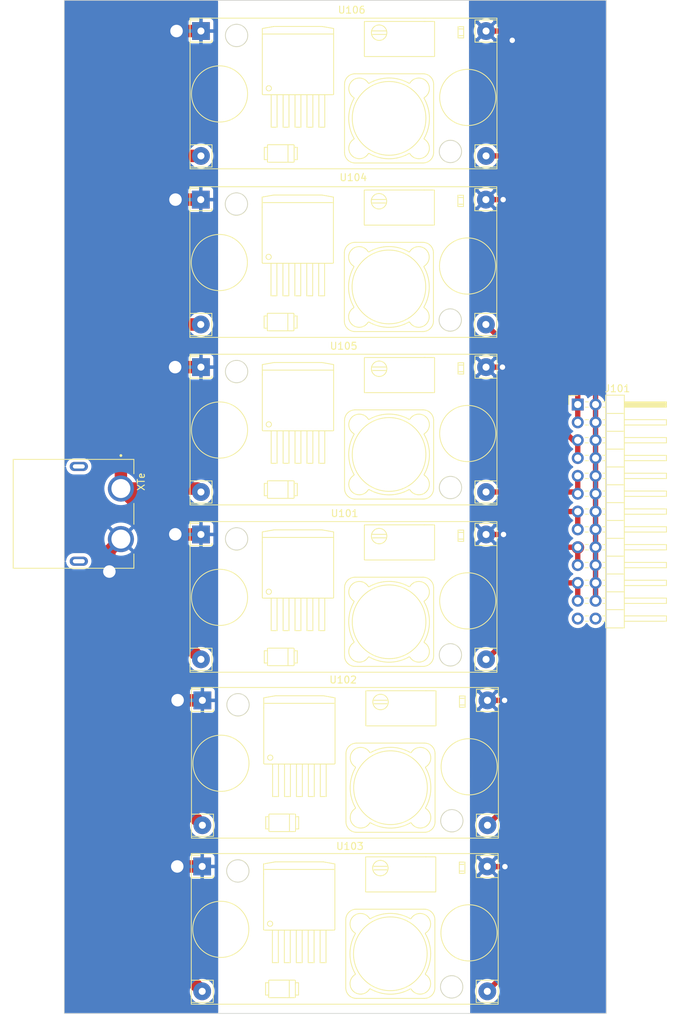
<source format=kicad_pcb>
(kicad_pcb (version 20221018) (generator pcbnew)
  (layers (0 "F.Cu" signal) (31 "B.Cu" signal) (34 "B.Paste" user) (35 "F.Paste" user) (36 "B.SilkS" user "B.Silkscreen") (37 "F.SilkS" user "F.Silkscreen") (38 "B.Mask" user) (39 "F.Mask" user) (44 "Edge.Cuts" user))
  (net 0 "")
  (net 1 "/Pickhawk_PWR")
  (net 2 "/Servo_1&2_PWR")
  (net 3 "/Servo_3&4_PWR")
  (net 4 "/Servo_5&6_PWR")
  (net 5 "/Servo_7&8_PWR")
  (net 6 "/Gimbal_Power")
  (net 7 "/GND_LV")
  (net 8 "/+12V")
  (net 11 "/GND_HV")
  (footprint "Aero_PDB:YAAJ_DCDC_StepDown_LM2596" (layer "F.Cu") (at 71.0692 151.7904)
    (fp_text reference "U103" (at 21.0566 -2.8702) (layer "F.SilkS"))
    (fp_text value "~")
    (pad "1" thru_hole rect (at 0 0) (size 2.54 2.54) (drill 1) (layers "*.Cu" "*.Mask") (net 11 "/GND_HV"))
    (pad "2" thru_hole circle (at 0 17.78) (size 2.54 2.54) (drill 1) (layers "*.Cu" "*.Mask") (net 8 "/+12V"))
    (pad "3" thru_hole circle (at 40.64 17.78) (size 2.54 2.54) (drill 1) (layers "*.Cu" "*.Mask") (net 6 "/Gimbal_Power"))
    (pad "4" thru_hole circle (at 40.64 0) (size 2.54 2.54) (drill 1) (layers "*.Cu" "*.Mask") (net 7 "/GND_LV"))
  )
  (footprint "Aero_PDB:YAAJ_DCDC_StepDown_LM2596" (layer "F.Cu") (at 70.8914 32.8422)
    (fp_text reference "U106" (at 21.4884 -2.9972) (layer "F.SilkS"))
    (fp_text value "~")
    (pad "1" thru_hole rect (at 0 0) (size 2.54 2.54) (drill 1) (layers "*.Cu" "*.Mask") (net 11 "/GND_HV"))
    (pad "2" thru_hole circle (at 0 17.78) (size 2.54 2.54) (drill 1) (layers "*.Cu" "*.Mask") (net 8 "/+12V"))
    (pad "3" thru_hole circle (at 40.64 17.78) (size 2.54 2.54) (drill 1) (layers "*.Cu" "*.Mask") (net 2 "/Servo_1&2_PWR"))
    (pad "4" thru_hole circle (at 40.64 0) (size 2.54 2.54) (drill 1) (layers "*.Cu" "*.Mask") (net 7 "/GND_LV"))
  )
  (footprint "Aero_PDB:AMASS_XT60PW-F" (layer "F.Cu") (at 59.4804 101.5835 -90)
    (fp_text reference "XTe" (at -4.575 -2.885 90) (layer "F.SilkS"))
    (fp_text value "~")
    (pad "1" thru_hole circle (at -3.6 0 270) (size 3.716 3.716) (drill 2.7) (layers "*.Cu" "*.Mask") (net 8 "/+12V"))
    (pad "2" thru_hole circle (at 3.6 0 270) (size 3.716 3.716) (drill 2.7) (layers "*.Cu" "*.Mask") (net 11 "/GND_HV"))
    (pad "S1" thru_hole oval (at -6.75 6 270) (size 1.3 2.6) (drill oval 0.6 1.7) (layers "*.Cu" "*.Mask"))
    (pad "S2" thru_hole oval (at 6.75 6 270) (size 1.3 2.6) (drill oval 0.6 1.7) (layers "*.Cu" "*.Mask"))
  )
  (footprint "Connector_PinHeader_2.54mm:PinHeader_2x13_P2.54mm_Horizontal" (layer "F.Cu") (at 124.6012 86.0194)
    (fp_text reference "J101" (at 5.655 -2.27) (layer "F.SilkS"))
    (fp_text value "Conn_02x13_Top_Bottom")
    (pad "1" thru_hole rect (at 0 0) (size 1.7 1.7) (drill 1) (layers "*.Cu" "*.Mask") (net 2 "/Servo_1&2_PWR"))
    (pad "2" thru_hole oval (at 2.54 0) (size 1.7 1.7) (drill 1) (layers "*.Cu" "*.Mask") (net 7 "/GND_LV"))
    (pad "3" thru_hole oval (at 0 2.54) (size 1.7 1.7) (drill 1) (layers "*.Cu" "*.Mask") (net 2 "/Servo_1&2_PWR"))
    (pad "4" thru_hole oval (at 2.54 2.54) (size 1.7 1.7) (drill 1) (layers "*.Cu" "*.Mask") (net 7 "/GND_LV"))
    (pad "5" thru_hole oval (at 0 5.08) (size 1.7 1.7) (drill 1) (layers "*.Cu" "*.Mask") (net 3 "/Servo_3&4_PWR"))
    (pad "6" thru_hole oval (at 2.54 5.08) (size 1.7 1.7) (drill 1) (layers "*.Cu" "*.Mask") (net 7 "/GND_LV"))
    (pad "7" thru_hole oval (at 0 7.62) (size 1.7 1.7) (drill 1) (layers "*.Cu" "*.Mask") (net 3 "/Servo_3&4_PWR"))
    (pad "8" thru_hole oval (at 2.54 7.62) (size 1.7 1.7) (drill 1) (layers "*.Cu" "*.Mask") (net 7 "/GND_LV"))
    (pad "9" thru_hole oval (at 0 10.16) (size 1.7 1.7) (drill 1) (layers "*.Cu" "*.Mask") (net 4 "/Servo_5&6_PWR"))
    (pad "10" thru_hole oval (at 2.54 10.16) (size 1.7 1.7) (drill 1) (layers "*.Cu" "*.Mask") (net 7 "/GND_LV"))
    (pad "11" thru_hole oval (at 0 12.7) (size 1.7 1.7) (drill 1) (layers "*.Cu" "*.Mask") (net 4 "/Servo_5&6_PWR"))
    (pad "12" thru_hole oval (at 2.54 12.7) (size 1.7 1.7) (drill 1) (layers "*.Cu" "*.Mask") (net 7 "/GND_LV"))
    (pad "13" thru_hole oval (at 0 15.24) (size 1.7 1.7) (drill 1) (layers "*.Cu" "*.Mask") (net 5 "/Servo_7&8_PWR"))
    (pad "14" thru_hole oval (at 2.54 15.24) (size 1.7 1.7) (drill 1) (layers "*.Cu" "*.Mask") (net 7 "/GND_LV"))
    (pad "15" thru_hole oval (at 0 17.78) (size 1.7 1.7) (drill 1) (layers "*.Cu" "*.Mask") (net 5 "/Servo_7&8_PWR"))
    (pad "16" thru_hole oval (at 2.54 17.78) (size 1.7 1.7) (drill 1) (layers "*.Cu" "*.Mask") (net 7 "/GND_LV"))
    (pad "17" thru_hole oval (at 0 20.32) (size 1.7 1.7) (drill 1) (layers "*.Cu" "*.Mask") (net 1 "/Pickhawk_PWR"))
    (pad "18" thru_hole oval (at 2.54 20.32) (size 1.7 1.7) (drill 1) (layers "*.Cu" "*.Mask") (net 7 "/GND_LV"))
    (pad "19" thru_hole oval (at 0 22.86) (size 1.7 1.7) (drill 1) (layers "*.Cu" "*.Mask") (net 1 "/Pickhawk_PWR"))
    (pad "20" thru_hole oval (at 2.54 22.86) (size 1.7 1.7) (drill 1) (layers "*.Cu" "*.Mask") (net 7 "/GND_LV"))
    (pad "21" thru_hole oval (at 0 25.4) (size 1.7 1.7) (drill 1) (layers "*.Cu" "*.Mask") (net 6 "/Gimbal_Power"))
    (pad "22" thru_hole oval (at 2.54 25.4) (size 1.7 1.7) (drill 1) (layers "*.Cu" "*.Mask") (net 7 "/GND_LV"))
    (pad "23" thru_hole oval (at 0 27.94) (size 1.7 1.7) (drill 1) (layers "*.Cu" "*.Mask") (net 6 "/Gimbal_Power"))
    (pad "24" thru_hole oval (at 2.54 27.94) (size 1.7 1.7) (drill 1) (layers "*.Cu" "*.Mask") (net 7 "/GND_LV"))
    (pad "25" thru_hole oval (at 0 30.48) (size 1.7 1.7) (drill 1) (layers "*.Cu" "*.Mask"))
    (pad "26" thru_hole oval (at 2.54 30.48) (size 1.7 1.7) (drill 1) (layers "*.Cu" "*.Mask"))
  )
  (footprint "Aero_PDB:YAAJ_DCDC_StepDown_LM2596" (layer "F.Cu") (at 70.8914 80.6958)
    (fp_text reference "U105" (at 20.3454 -2.9972) (layer "F.SilkS"))
    (fp_text value "~")
    (pad "1" thru_hole rect (at 0 0) (size 2.54 2.54) (drill 1) (layers "*.Cu" "*.Mask") (net 11 "/GND_HV"))
    (pad "2" thru_hole circle (at 0 17.78) (size 2.54 2.54) (drill 1) (layers "*.Cu" "*.Mask") (net 8 "/+12V"))
    (pad "3" thru_hole circle (at 40.64 17.78) (size 2.54 2.54) (drill 1) (layers "*.Cu" "*.Mask") (net 4 "/Servo_5&6_PWR"))
    (pad "4" thru_hole circle (at 40.64 0) (size 2.54 2.54) (drill 1) (layers "*.Cu" "*.Mask") (net 7 "/GND_LV"))
  )
  (footprint "Aero_PDB:YAAJ_DCDC_StepDown_LM2596" (layer "F.Cu") (at 70.866 56.8452)
    (fp_text reference "U104" (at 21.7424 -3.1496) (layer "F.SilkS"))
    (fp_text value "~")
    (pad "1" thru_hole rect (at 0 0) (size 2.54 2.54) (drill 1) (layers "*.Cu" "*.Mask") (net 11 "/GND_HV"))
    (pad "2" thru_hole circle (at 0 17.78) (size 2.54 2.54) (drill 1) (layers "*.Cu" "*.Mask") (net 8 "/+12V"))
    (pad "3" thru_hole circle (at 40.64 17.78) (size 2.54 2.54) (drill 1) (layers "*.Cu" "*.Mask") (net 3 "/Servo_3&4_PWR"))
    (pad "4" thru_hole circle (at 40.64 0) (size 2.54 2.54) (drill 1) (layers "*.Cu" "*.Mask") (net 7 "/GND_LV"))
  )
  (footprint "Aero_PDB:YAAJ_DCDC_StepDown_LM2596" (layer "F.Cu") (at 71.0946 128.143)
    (fp_text reference "U102" (at 20.066 -2.921) (layer "F.SilkS"))
    (fp_text value "~")
    (pad "1" thru_hole rect (at 0 0) (size 2.54 2.54) (drill 1) (layers "*.Cu" "*.Mask") (net 11 "/GND_HV"))
    (pad "2" thru_hole circle (at 0 17.78) (size 2.54 2.54) (drill 1) (layers "*.Cu" "*.Mask") (net 8 "/+12V"))
    (pad "3" thru_hole circle (at 40.64 17.78) (size 2.54 2.54) (drill 1) (layers "*.Cu" "*.Mask") (net 1 "/Pickhawk_PWR"))
    (pad "4" thru_hole circle (at 40.64 0) (size 2.54 2.54) (drill 1) (layers "*.Cu" "*.Mask") (net 7 "/GND_LV"))
  )
  (footprint "Aero_PDB:YAAJ_DCDC_StepDown_LM2596" (layer "F.Cu") (at 70.8914 104.521)
    (fp_text reference "U101" (at 20.4724 -2.9972) (layer "F.SilkS"))
    (fp_text value "~")
    (pad "1" thru_hole rect (at 0 0) (size 2.54 2.54) (drill 1) (layers "*.Cu" "*.Mask") (net 11 "/GND_HV"))
    (pad "2" thru_hole circle (at 0 17.78) (size 2.54 2.54) (drill 1) (layers "*.Cu" "*.Mask") (net 8 "/+12V"))
    (pad "3" thru_hole circle (at 40.64 17.78) (size 2.54 2.54) (drill 1) (layers "*.Cu" "*.Mask") (net 5 "/Servo_7&8_PWR"))
    (pad "4" thru_hole circle (at 40.64 0) (size 2.54 2.54) (drill 1) (layers "*.Cu" "*.Mask") (net 7 "/GND_LV"))
  )
  (gr_circle (center 75.9714 33.464958) (end 77.1906 32.448958) (stroke (width 0.1)) (fill none) (layer "Edge.Cuts"))
  (gr_rect (start 51.4096 28.4734) (end 128.6764 172.72) (stroke (width 0.1)) (fill none) (layer "Edge.Cuts"))
  (gr_circle (center 75.946 57.467042) (end 77.1652 56.451042) (stroke (width 0.1)) (fill none) (layer "Edge.Cuts"))
  (gr_circle (center 76.1492 152.438558) (end 77.3684 151.422558) (stroke (width 0.1)) (fill none) (layer "Edge.Cuts"))
  (gr_circle (center 76.1746 128.765758) (end 77.3938 127.749758) (stroke (width 0.1)) (fill none) (layer "Edge.Cuts"))
  (gr_circle (center 106.4514 121.658643) (end 107.5182 120.490243) (stroke (width 0.1)) (fill none) (layer "Edge.Cuts"))
  (gr_circle (center 75.9714 105.143758) (end 77.1906 104.127758) (stroke (width 0.1)) (fill none) (layer "Edge.Cuts"))
  (gr_circle (center 106.6292 168.9354) (end 107.8484 167.9194) (stroke (width 0.1)) (fill none) (layer "Edge.Cuts"))
  (gr_circle (center 106.4514 49.9872) (end 107.5182 48.8188) (stroke (width 0.1)) (fill none) (layer "Edge.Cuts"))
  (gr_circle (center 75.9714 81.318558) (end 77.1906 80.302558) (stroke (width 0.1)) (fill none) (layer "Edge.Cuts"))
  (gr_circle (center 106.469443 97.8408) (end 107.536243 96.6724) (stroke (width 0.1)) (fill none) (layer "Edge.Cuts"))
  (gr_circle (center 106.6546 145.280643) (end 107.7214 144.112243) (stroke (width 0.1)) (fill none) (layer "Edge.Cuts"))
  (gr_circle (center 106.426 73.982843) (end 107.4928 72.814443) (stroke (width 0.1)) (fill none) (layer "Edge.Cuts"))
  (segment (start 118.364 110.2106) (end 122.2352 106.3394) (width 0.762) (layer "F.Cu") (net 1))
  (segment (start 124.6012 106.394553) (end 124.628777 106.366976) (width 1.778) (layer "F.Cu") (net 1))
  (segment (start 118.364 139.2936) (end 118.364 110.2106) (width 0.762) (layer "F.Cu") (net 1))
  (segment (start 124.6012 108.8794) (end 124.6012 106.394553) (width 0.762) (layer "F.Cu") (net 1))
  (segment (start 111.7346 145.923) (end 118.364 139.2936) (width 0.762) (layer "F.Cu") (net 1))
  (segment (start 122.2352 106.3394) (end 124.6012 106.3394) (width 0.762) (layer "F.Cu") (net 1))
  (segment (start 124.6012 57.2912) (end 124.6012 86.0194) (width 0.762) (layer "F.Cu") (net 2))
  (segment (start 111.5314 50.6222) (end 117.9322 50.6222) (width 0.762) (layer "F.Cu") (net 2))
  (segment (start 124.6012 88.5594) (end 124.6012 86.0194) (width 0.762) (layer "F.Cu") (net 2))
  (segment (start 117.9322 50.6222) (end 124.6012 57.2912) (width 0.762) (layer "F.Cu") (net 2))
  (segment (start 123.9416 91.0994) (end 124.6012 91.0994) (width 0.762) (layer "F.Cu") (net 3))
  (segment (start 119.1006 82.2198) (end 119.1006 86.2584) (width 0.762) (layer "F.Cu") (net 3))
  (segment (start 124.6012 93.6394) (end 124.6012 91.0994) (width 0.762) (layer "F.Cu") (net 3))
  (segment (start 111.506 74.6252) (end 119.1006 82.2198) (width 0.762) (layer "F.Cu") (net 3))
  (segment (start 119.1006 86.2584) (end 123.9416 91.0994) (width 0.762) (layer "F.Cu") (net 3))
  (segment (start 111.5314 98.4758) (end 124.3576 98.4758) (width 0.762) (layer "F.Cu") (net 4))
  (segment (start 124.6012 96.1794) (end 124.6012 98.7194) (width 0.762) (layer "F.Cu") (net 4))
  (segment (start 124.3576 98.4758) (end 124.6012 98.7194) (width 0.762) (layer "F.Cu") (net 4))
  (segment (start 124.399039 103.7994) (end 124.6012 103.7994) (width 0.762) (layer "F.Cu") (net 5))
  (segment (start 124.6012 101.2594) (end 124.6012 103.7994) (width 0.762) (layer "F.Cu") (net 5))
  (segment (start 111.5314 122.301) (end 111.633 122.301) (width 0.762) (layer "F.Cu") (net 5))
  (segment (start 111.633 122.301) (end 115.7478 118.1862) (width 0.762) (layer "F.Cu") (net 5))
  (segment (start 115.7478 108.1024) (end 122.5908 101.2594) (width 0.762) (layer "F.Cu") (net 5))
  (segment (start 115.7478 118.1862) (end 115.7478 108.1024) (width 0.762) (layer "F.Cu") (net 5))
  (segment (start 122.5908 101.2594) (end 124.6012 101.2594) (width 0.762) (layer "F.Cu") (net 5))
  (segment (start 111.7092 169.5704) (end 121.539 159.7406) (width 0.762) (layer "F.Cu") (net 6))
  (segment (start 124.6012 113.9594) (end 124.6012 111.4194) (width 0.762) (layer "F.Cu") (net 6))
  (segment (start 121.539 159.7406) (end 121.539 112.776) (width 0.762) (layer "F.Cu") (net 6))
  (segment (start 122.8956 111.4194) (end 124.6012 111.4194) (width 0.762) (layer "F.Cu") (net 6))
  (segment (start 121.539 112.776) (end 122.8956 111.4194) (width 0.762) (layer "F.Cu") (net 6))
  (segment (start 114.173 128.143) (end 111.7346 128.143) (width 0.762) (layer "F.Cu") (net 7))
  (segment (start 115.2652 32.9438) (end 115.1636 32.8422) (width 0.762) (layer "F.Cu") (net 7))
  (segment (start 117.5258 32.8422) (end 127.1412 42.4576) (width 0.762) (layer "F.Cu") (net 7))
  (segment (start 127.1412 111.4194) (end 127.1412 113.9594) (width 0.762) (layer "F.Cu") (net 7))
  (segment (start 114.2238 151.8158) (end 111.7346 151.8158) (width 0.762) (layer "F.Cu") (net 7))
  (segment (start 113.9698 56.8452) (end 111.506 56.8452) (width 0.762) (layer "F.Cu") (net 7))
  (segment (start 111.7346 151.8158) (end 111.7092 151.7904) (width 0.762) (layer "F.Cu") (net 7))
  (segment (start 127.1412 101.2594) (end 127.1412 103.7994) (width 0.762) (layer "F.Cu") (net 7))
  (segment (start 127.1412 103.7994) (end 127.1412 106.3394) (width 0.762) (layer "F.Cu") (net 7))
  (segment (start 114.0206 104.521) (end 111.5314 104.521) (width 0.762) (layer "F.Cu") (net 7))
  (segment (start 115.1636 32.8422) (end 117.5258 32.8422) (width 0.762) (layer "F.Cu") (net 7))
  (segment (start 127.1412 93.6394) (end 127.1412 96.1794) (width 0.762) (layer "F.Cu") (net 7))
  (segment (start 127.1412 88.5594) (end 127.1412 91.0994) (width 0.762) (layer "F.Cu") (net 7))
  (segment (start 127.1412 98.7194) (end 127.1412 101.2594) (width 0.762) (layer "F.Cu") (net 7))
  (segment (start 115.2652 34.163) (end 115.2652 32.9438) (width 0.762) (layer "F.Cu") (net 7))
  (segment (start 127.1412 91.0994) (end 127.1412 93.6394) (width 0.762) (layer "F.Cu") (net 7))
  (segment (start 127.1412 106.3394) (end 127.1412 108.8794) (width 0.762) (layer "F.Cu") (net 7))
  (segment (start 127.1412 108.8794) (end 127.1412 111.4194) (width 0.762) (layer "F.Cu") (net 7))
  (segment (start 127.1412 86.0194) (end 127.1412 88.5594) (width 0.762) (layer "F.Cu") (net 7))
  (segment (start 127.1412 98.7194) (end 127.1412 96.1794) (width 0.762) (layer "F.Cu") (net 7))
  (segment (start 111.5314 32.8422) (end 115.1636 32.8422) (width 0.762) (layer "F.Cu") (net 7))
  (segment (start 127.1412 42.4576) (end 127.1412 86.0194) (width 0.762) (layer "F.Cu") (net 7))
  (segment (start 113.8682 80.6958) (end 111.5314 80.6958) (width 0.762) (layer "F.Cu") (net 7))
  (via (at 115.2652 34.163) (size 1.42) (drill 0.77) (layers "F.Cu" "B.Cu") (net 7))
  (via (at 114.0206 104.521) (size 1.42) (drill 0.77) (layers "F.Cu" "B.Cu") (net 7))
  (via (at 113.9698 56.8452) (size 1.42) (drill 0.77) (layers "F.Cu" "B.Cu") (net 7))
  (via (at 113.8682 80.6958) (size 1.42) (drill 0.77) (layers "F.Cu" "B.Cu") (net 7))
  (via (at 114.2238 151.8158) (size 1.42) (drill 0.77) (layers "F.Cu" "B.Cu") (net 7))
  (via (at 114.173 128.143) (size 1.42) (drill 0.77) (layers "F.Cu" "B.Cu") (net 7))
  (segment (start 111.7854 80.9498) (end 111.5314 80.6958) (width 0.762) (layer "B.Cu") (net 7))
  (segment (start 71.0692 169.5704) (end 63.4746 161.9758) (width 1.778) (layer "F.Cu") (net 8))
  (segment (start 59.4804 83.7438) (end 59.4804 57.893) (width 1.778) (layer "F.Cu") (net 8))
  (segment (start 70.8914 122.301) (end 63.4746 114.8842) (width 1.778) (layer "F.Cu") (net 8))
  (segment (start 71.0946 145.923) (end 63.4746 138.303) (width 1.778) (layer "F.Cu") (net 8))
  (segment (start 59.4804 82.0992) (end 59.4804 83.7438) (width 1.778) (layer "F.Cu") (net 8))
  (segment (start 66.9544 74.6252) (end 59.4804 82.0992) (width 1.778) (layer "F.Cu") (net 8))
  (segment (start 63.4746 114.8842) (end 63.4746 101.9777) (width 1.778) (layer "F.Cu") (net 8))
  (segment (start 70.3991 97.9835) (end 70.8914 98.4758) (width 1.778) (layer "F.Cu") (net 8))
  (segment (start 59.4804 97.9835) (end 70.3991 97.9835) (width 1.778) (layer "F.Cu") (net 8))
  (segment (start 59.4804 97.9835) (end 59.4804 83.7438) (width 1.778) (layer "F.Cu") (net 8))
  (segment (start 63.4746 161.9758) (end 63.4746 138.303) (width 1.778) (layer "F.Cu") (net 8))
  (segment (start 70.866 74.6252) (end 66.9544 74.6252) (width 1.778) (layer "F.Cu") (net 8))
  (segment (start 66.7512 50.6222) (end 70.8914 50.6222) (width 1.778) (layer "F.Cu") (net 8))
  (segment (start 63.4746 101.9777) (end 59.4804 97.9835) (width 1.778) (layer "F.Cu") (net 8))
  (segment (start 59.4804 57.893) (end 66.7512 50.6222) (width 1.778) (layer "F.Cu") (net 8))
  (segment (start 63.4746 138.303) (end 63.4746 114.8842) (width 1.778) (layer "F.Cu") (net 8))
  (segment (start 67.2592 104.521) (end 67.2338 104.4956) (width 1.778) (layer "F.Cu") (net 11))
  (segment (start 67.2592 56.8452) (end 70.866 56.8452) (width 1.778) (layer "F.Cu") (net 11))
  (segment (start 70.8914 104.521) (end 67.2592 104.521) (width 1.778) (layer "F.Cu") (net 11))
  (segment (start 71.0946 128.143) (end 67.5894 128.143) (width 1.778) (layer "F.Cu") (net 11))
  (segment (start 67.5894 128.143) (end 67.564 128.1176) (width 1.778) (layer "F.Cu") (net 11))
  (segment (start 57.8358 109.8042) (end 57.8358 106.8281) (width 1.778) (layer "F.Cu") (net 11))
  (segment (start 67.5132 151.7904) (end 71.0692 151.7904) (width 1.778) (layer "F.Cu") (net 11))
  (segment (start 67.2084 80.6958) (end 70.8914 80.6958) (width 1.778) (layer "F.Cu") (net 11))
  (segment (start 67.4116 32.8422) (end 70.8914 32.8422) (width 1.778) (layer "F.Cu") (net 11))
  (segment (start 57.8358 106.8281) (end 59.4804 105.1835) (width 1.778) (layer "F.Cu") (net 11))
  (via (at 67.2338 104.4956) (size 3.5) (drill 1.778) (layers "F.Cu" "B.Cu") (net 11))
  (via (at 67.5132 151.7904) (size 3.5) (drill 1.778) (layers "F.Cu" "B.Cu") (net 11))
  (via (at 67.4116 32.8422) (size 3.5) (drill 1.778) (layers "F.Cu" "B.Cu") (net 11))
  (via (at 67.2084 80.6958) (size 3.5) (drill 1.778) (layers "F.Cu" "B.Cu") (net 11))
  (via (at 67.564 128.1176) (size 3.5) (drill 1.778) (layers "F.Cu" "B.Cu") (net 11))
  (via (at 57.8358 109.8042) (size 3.5) (drill 1.778) (layers "F.Cu" "B.Cu") (net 11))
  (via (at 67.2592 56.8452) (size 3.5) (drill 1.778) (layers "F.Cu" "B.Cu") (net 11))
  (zone (net 7) (net_name "/GND_LV") (layer "B.Cu") (connect_pads (clearance 0.5)) (min_thickness 0.25) (fill yes (thermal_gap 0.5) (thermal_bridge_width 0.5))
    (polygon (pts (xy 109.2708 172.7454) (xy 128.651 172.6946) (xy 128.651 28.4734) (xy 109.093 28.4734)))
  )
  (zone (net 11) (net_name "/GND_HV") (layer "B.Cu") (connect_pads (clearance 0.5)) (min_thickness 0.25) (fill yes (thermal_gap 0.5) (thermal_bridge_width 0.5))
    (polygon (pts (xy 51.435 172.6946) (xy 73.3552 172.6946) (xy 73.3298 28.4988) (xy 51.435 28.4988)))
  )
)
</source>
